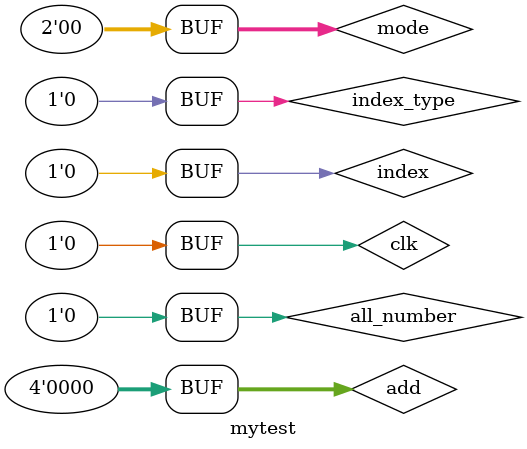
<source format=v>
`timescale 1ns / 1ps

module mytest;

	// Inputs
	reg clk;
	reg [1:0] mode;
	reg index;
	reg all_number;
	reg [3:0] add;
	reg index_type;

	// Outputs
	wire error;
	wire [19:0] all_num;

	// Instantiate the Unit Under Test (UUT)
	charge uut (
		.clk(clk), 
		.mode(mode), 
		.index(index), 
		.all_number(all_number), 
		.add(add), 
		.clk(clk), 
		.all_number(all_number), 
		.index_type(index_type), 
		.error(error), 
		.all_num(all_num)
	);

	initial begin
		// Initialize Inputs
		clk = 0;
		mode = 0;
		index = 0;
		all_number = 0;
		add = 0;
		clk = 0;
		all_number = 0;
		index_type = 0;

		// Wait 100 ns for global reset to finish
		#100;
        
		// Add stimulus here

	end
      
endmodule


</source>
